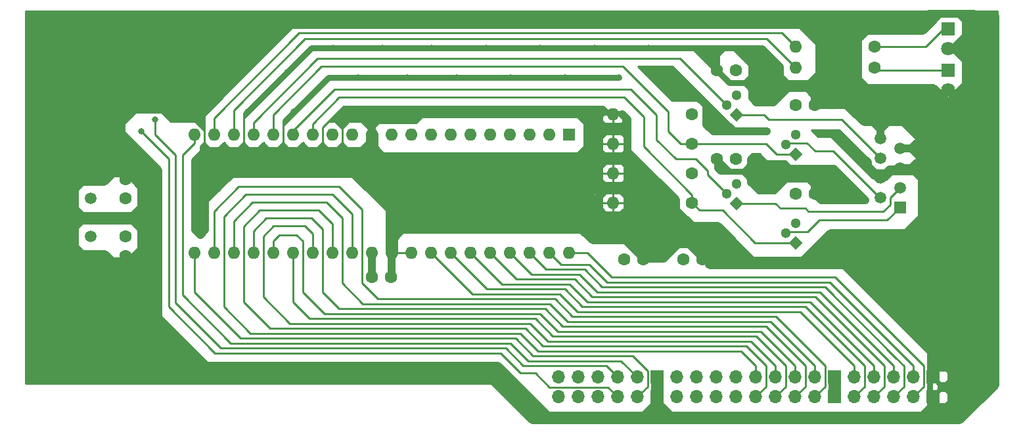
<source format=gbr>
%TF.GenerationSoftware,KiCad,Pcbnew,7.0.10*%
%TF.CreationDate,2024-03-03T15:09:26-07:00*%
%TF.ProjectId,networkv3,6e657477-6f72-46b7-9633-2e6b69636164,rev?*%
%TF.SameCoordinates,Original*%
%TF.FileFunction,Copper,L1,Top*%
%TF.FilePolarity,Positive*%
%FSLAX46Y46*%
G04 Gerber Fmt 4.6, Leading zero omitted, Abs format (unit mm)*
G04 Created by KiCad (PCBNEW 7.0.10) date 2024-03-03 15:09:26*
%MOMM*%
%LPD*%
G01*
G04 APERTURE LIST*
G04 Aperture macros list*
%AMRotRect*
0 Rectangle, with rotation*
0 The origin of the aperture is its center*
0 $1 length*
0 $2 width*
0 $3 Rotation angle, in degrees counterclockwise*
0 Add horizontal line*
21,1,$1,$2,0,0,$3*%
G04 Aperture macros list end*
%TA.AperFunction,ComponentPad*%
%ADD10C,1.600000*%
%TD*%
%TA.AperFunction,ComponentPad*%
%ADD11O,1.600000X1.600000*%
%TD*%
%TA.AperFunction,ComponentPad*%
%ADD12RotRect,1.300000X1.300000X135.000000*%
%TD*%
%TA.AperFunction,ComponentPad*%
%ADD13C,1.300000*%
%TD*%
%TA.AperFunction,WasherPad*%
%ADD14C,3.650000*%
%TD*%
%TA.AperFunction,ComponentPad*%
%ADD15R,1.500000X1.500000*%
%TD*%
%TA.AperFunction,ComponentPad*%
%ADD16C,1.500000*%
%TD*%
%TA.AperFunction,ComponentPad*%
%ADD17R,1.600000X1.600000*%
%TD*%
%TA.AperFunction,ComponentPad*%
%ADD18R,1.700000X1.700000*%
%TD*%
%TA.AperFunction,ComponentPad*%
%ADD19O,1.700000X1.700000*%
%TD*%
%TA.AperFunction,ComponentPad*%
%ADD20R,1.800000X1.800000*%
%TD*%
%TA.AperFunction,ComponentPad*%
%ADD21C,1.800000*%
%TD*%
%TA.AperFunction,ViaPad*%
%ADD22C,0.800000*%
%TD*%
%TA.AperFunction,Conductor*%
%ADD23C,0.250000*%
%TD*%
%TA.AperFunction,Conductor*%
%ADD24C,1.600000*%
%TD*%
%TA.AperFunction,Conductor*%
%ADD25C,2.500000*%
%TD*%
%TA.AperFunction,Conductor*%
%ADD26C,1.000000*%
%TD*%
%TA.AperFunction,Conductor*%
%ADD27C,0.762000*%
%TD*%
%TA.AperFunction,Conductor*%
%ADD28C,1.599946*%
%TD*%
%TA.AperFunction,Conductor*%
%ADD29C,5.080000*%
%TD*%
G04 APERTURE END LIST*
D10*
%TO.P,0.1uf,1*%
%TO.N,N/C*%
X448815460Y-274667980D03*
%TO.P,0.1uf,2*%
X451315460Y-274667980D03*
%TD*%
%TO.P,0.1uf,1*%
%TO.N,N/C*%
X438655460Y-281652980D03*
%TO.P,0.1uf,2*%
X441155460Y-281652980D03*
%TD*%
%TO.P,0.1uf,1*%
%TO.N,N/C*%
X438655460Y-270222980D03*
%TO.P,0.1uf,2*%
X441155460Y-270222980D03*
%TD*%
%TO.P,100k\u03A9,1*%
%TO.N,N/C*%
X435480460Y-275920200D03*
D11*
%TO.P,100k\u03A9,2*%
X425320460Y-275920200D03*
%TD*%
D12*
%TO.P,BC547B,1*%
%TO.N,N/C*%
X441195460Y-287367980D03*
D13*
%TO.P,BC547B,2*%
X439925460Y-286097980D03*
%TO.P,BC547B,3*%
X441195460Y-284827980D03*
%TD*%
D12*
%TO.P,BC547B,1*%
%TO.N,N/C*%
X448815460Y-292447980D03*
D13*
%TO.P,BC547B,2*%
X447545460Y-291177980D03*
%TO.P,BC547B,3*%
X448815460Y-289907980D03*
%TD*%
D12*
%TO.P,BC547B,1*%
%TO.N,N/C*%
X448815460Y-281017980D03*
D13*
%TO.P,BC547B,2*%
X447545460Y-279747980D03*
%TO.P,BC547B,3*%
X448815460Y-278477980D03*
%TD*%
D12*
%TO.P,BC547B,1*%
%TO.N,N/C*%
X441195460Y-275937980D03*
D13*
%TO.P,BC547B,2*%
X439925460Y-274667980D03*
%TO.P,BC547B,3*%
X441195460Y-273397980D03*
%TD*%
D14*
%TO.P,RJ45,*%
%TO.N,*%
X468627460Y-289196780D03*
X468627460Y-277766780D03*
D15*
%TO.P,RJ45,1*%
%TO.N,N/C*%
X462277460Y-287926780D03*
D16*
%TO.P,RJ45,2*%
X459737460Y-286656780D03*
%TO.P,RJ45,3*%
X462277460Y-285386780D03*
%TO.P,RJ45,4*%
X459737460Y-284116780D03*
%TO.P,RJ45,5*%
X462277460Y-282846780D03*
%TO.P,RJ45,6*%
X459737460Y-281576780D03*
%TO.P,RJ45,7*%
X462277460Y-280306780D03*
%TO.P,RJ45,8*%
X459737460Y-279036780D03*
%TD*%
D17*
%TO.P,atmega164,1*%
%TO.N,N/C*%
X419605460Y-278477980D03*
D11*
%TO.P,atmega164,2*%
X417065460Y-278477980D03*
%TO.P,atmega164,3*%
X414525460Y-278477980D03*
%TO.P,atmega164,4*%
X411985460Y-278477980D03*
%TO.P,atmega164,5*%
X409445460Y-278477980D03*
%TO.P,atmega164,6*%
X406905460Y-278477980D03*
%TO.P,atmega164,7*%
X404365460Y-278477980D03*
%TO.P,atmega164,8*%
X401825460Y-278477980D03*
%TO.P,atmega164,9*%
X399285460Y-278477980D03*
%TO.P,atmega164,10*%
X396745460Y-278477980D03*
%TO.P,atmega164,11*%
X394205460Y-278477980D03*
%TO.P,atmega164,12*%
X391665460Y-278477980D03*
%TO.P,atmega164,13*%
X389125460Y-278477980D03*
%TO.P,atmega164,14*%
X386585460Y-278477980D03*
%TO.P,atmega164,15*%
X384045460Y-278477980D03*
%TO.P,atmega164,16*%
X381505460Y-278477980D03*
%TO.P,atmega164,17*%
X378965460Y-278477980D03*
%TO.P,atmega164,18*%
X376425460Y-278477980D03*
%TO.P,atmega164,19*%
X373885460Y-278477980D03*
%TO.P,atmega164,20*%
X371345460Y-278477980D03*
%TO.P,atmega164,21*%
X371345460Y-293717980D03*
%TO.P,atmega164,22*%
X373885460Y-293717980D03*
%TO.P,atmega164,23*%
X376425460Y-293717980D03*
%TO.P,atmega164,24*%
X378965460Y-293717980D03*
%TO.P,atmega164,25*%
X381505460Y-293717980D03*
%TO.P,atmega164,26*%
X384045460Y-293717980D03*
%TO.P,atmega164,27*%
X386585460Y-293717980D03*
%TO.P,atmega164,28*%
X389125460Y-293717980D03*
%TO.P,atmega164,29*%
X391665460Y-293717980D03*
%TO.P,atmega164,30*%
X394205460Y-293717980D03*
%TO.P,atmega164,31*%
X396745460Y-293717980D03*
%TO.P,atmega164,32*%
X399285460Y-293717980D03*
%TO.P,atmega164,33*%
X401825460Y-293717980D03*
%TO.P,atmega164,34*%
X404365460Y-293717980D03*
%TO.P,atmega164,35*%
X406905460Y-293717980D03*
%TO.P,atmega164,36*%
X409445460Y-293717980D03*
%TO.P,atmega164,37*%
X411985460Y-293717980D03*
%TO.P,atmega164,38*%
X414525460Y-293717980D03*
%TO.P,atmega164,39*%
X417065460Y-293717980D03*
%TO.P,atmega164,40*%
X419605460Y-293717980D03*
%TD*%
D18*
%TO.P,20pin conn.,1*%
%TO.N,N/C*%
X466559900Y-309786020D03*
%TO.P,20pin conn.,2*%
X466559900Y-312326020D03*
D19*
%TO.P,20pin conn.,3*%
X464019900Y-309786020D03*
%TO.P,20pin conn.,4*%
X464019900Y-312326020D03*
%TO.P,20pin conn.,5*%
X461479900Y-309786020D03*
%TO.P,20pin conn.,6*%
X461479900Y-312326020D03*
%TO.P,20pin conn.,7*%
X458939900Y-309786020D03*
%TO.P,20pin conn.,8*%
X458939900Y-312326020D03*
%TO.P,20pin conn.,9*%
X456399900Y-309786020D03*
%TO.P,20pin conn.,10*%
X456399900Y-312326020D03*
D18*
%TO.P,20pin conn.,11*%
X453859900Y-309786020D03*
%TO.P,20pin conn.,12*%
X453859900Y-312326020D03*
D19*
%TO.P,20pin conn.,13*%
X451319900Y-309786020D03*
%TO.P,20pin conn.,14*%
X451319900Y-312326020D03*
%TO.P,20pin conn.,15*%
X448779900Y-309786020D03*
%TO.P,20pin conn.,16*%
X448779900Y-312326020D03*
%TO.P,20pin conn.,17*%
X446239900Y-309786020D03*
%TO.P,20pin conn.,18*%
X446239900Y-312326020D03*
%TO.P,20pin conn.,19*%
X443699900Y-309786020D03*
%TO.P,20pin conn.,20*%
X443699900Y-312326020D03*
%TO.P,20pin conn.,21*%
X441159900Y-309786020D03*
%TO.P,20pin conn.,22*%
X441159900Y-312326020D03*
%TO.P,20pin conn.,23*%
X438619900Y-309786020D03*
%TO.P,20pin conn.,24*%
X438619900Y-312326020D03*
%TO.P,20pin conn.,25*%
X436079900Y-309786020D03*
%TO.P,20pin conn.,26*%
X436079900Y-312326020D03*
%TO.P,20pin conn.,27*%
X433539900Y-309786020D03*
%TO.P,20pin conn.,28*%
X433539900Y-312326020D03*
D18*
%TO.P,20pin conn.,29*%
X430999900Y-309786020D03*
%TO.P,20pin conn.,30*%
X430999900Y-312326020D03*
D19*
%TO.P,20pin conn.,31*%
X428459900Y-309786020D03*
%TO.P,20pin conn.,32*%
X428459900Y-312326020D03*
%TO.P,20pin conn.,33*%
X425919900Y-309786020D03*
%TO.P,20pin conn.,34*%
X425919900Y-312326020D03*
%TO.P,20pin conn.,35*%
X423379900Y-309786020D03*
%TO.P,20pin conn.,36*%
X423379900Y-312326020D03*
%TO.P,20pin conn.,37*%
X420839900Y-309786020D03*
%TO.P,20pin conn.,38*%
X420839900Y-312326020D03*
%TO.P,20pin conn.,39*%
X418299900Y-309786020D03*
%TO.P,20pin conn.,40*%
X418299900Y-312326020D03*
%TD*%
D20*
%TO.P,RX,1*%
%TO.N,N/C*%
X468475060Y-264863580D03*
D21*
%TO.P,RX,2*%
X468475060Y-267403580D03*
%TD*%
D10*
%TO.P,0.1uf,1*%
%TO.N,N/C*%
X394205460Y-296892980D03*
%TO.P,0.1uf,2*%
X396705460Y-296892980D03*
%TD*%
%TO.P,0.1uf,1*%
%TO.N,N/C*%
X448815460Y-286097980D03*
%TO.P,0.1uf,2*%
X451315460Y-286097980D03*
%TD*%
%TO.P,20pf,1*%
%TO.N,N/C*%
X362455460Y-294135180D03*
%TO.P,20pf,2*%
X362455460Y-291635180D03*
%TD*%
D16*
%TO.P, ,1*%
%TO.N,N/C*%
X358010460Y-286732980D03*
%TO.P, ,2*%
X358010460Y-291632980D03*
%TD*%
D10*
%TO.P,20pf,1*%
%TO.N,N/C*%
X362455460Y-286732980D03*
%TO.P,20pf,2*%
X362455460Y-284232980D03*
%TD*%
%TO.P,4.7k\u03A9,1*%
%TO.N,N/C*%
X458975460Y-269892780D03*
D11*
%TO.P,4.7k\u03A9,2*%
X448815460Y-269892780D03*
%TD*%
D10*
%TO.P,4.7k\u03A9,1*%
%TO.N,N/C*%
X458975460Y-267157200D03*
D11*
%TO.P,4.7k\u03A9,2*%
X448815460Y-267157200D03*
%TD*%
D20*
%TO.P,TX,1*%
%TO.N,N/C*%
X468475060Y-270230600D03*
D21*
%TO.P,TX,2*%
X468475060Y-272770600D03*
%TD*%
D10*
%TO.P,10k\u03A9,1*%
%TO.N,N/C*%
X435480460Y-279717500D03*
D11*
%TO.P,10k\u03A9,2*%
X425320460Y-279717500D03*
%TD*%
D10*
%TO.P,10k\u03A9,1*%
%TO.N,N/C*%
X435515000Y-287350200D03*
D11*
%TO.P,10k\u03A9,2*%
X425355000Y-287350200D03*
%TD*%
D10*
%TO.P,0.1uf,1*%
%TO.N,N/C*%
X426740000Y-294640000D03*
%TO.P,0.1uf,2*%
X429240000Y-294640000D03*
%TD*%
%TO.P,0.1uf,1*%
%TO.N,N/C*%
X434360000Y-294640000D03*
%TO.P,0.1uf,2*%
X436860000Y-294640000D03*
%TD*%
%TO.P,100k\u03A9,1*%
%TO.N,N/C*%
X435483000Y-283527500D03*
D11*
%TO.P,100k\u03A9,2*%
X425323000Y-283527500D03*
%TD*%
D22*
%TO.N,*%
X405130000Y-271145000D03*
X389255000Y-267309600D03*
X408940000Y-275590000D03*
X395605000Y-275590000D03*
X412115000Y-271145000D03*
X419100000Y-271145000D03*
X456565000Y-286385000D03*
X434340000Y-273050000D03*
X395605000Y-267309600D03*
X401955000Y-267309600D03*
X378206000Y-275590000D03*
X453390000Y-283210000D03*
X422910000Y-275590000D03*
X366268000Y-276606000D03*
X422910000Y-267309600D03*
X390398000Y-275590000D03*
X364490000Y-278130000D03*
X452094600Y-278307800D03*
X456361800Y-280797000D03*
X408940000Y-267309600D03*
X426085000Y-271145000D03*
X429895000Y-267309600D03*
X441325000Y-278130000D03*
X398780000Y-271145000D03*
X383286000Y-270510000D03*
X392430000Y-271145000D03*
X431800000Y-270510000D03*
X415925000Y-267309600D03*
X415925000Y-275590000D03*
X401955000Y-275590000D03*
X372110000Y-290830000D03*
X384175000Y-275590000D03*
%TD*%
D23*
%TO.N,*%
X349600000Y-310575000D02*
X349600000Y-309305000D01*
X350870000Y-310575000D02*
X349600000Y-310575000D01*
D24*
X432618490Y-314986010D02*
X465003490Y-314986010D01*
X370388490Y-309906010D02*
X371667430Y-309906010D01*
X350270470Y-309906010D02*
X350270470Y-263357970D01*
X416752430Y-314986010D02*
X414966248Y-314986010D01*
X414966248Y-314986010D02*
X409886249Y-309906010D01*
X409886249Y-309906010D02*
X350270470Y-309906010D01*
D25*
X357375460Y-264507980D02*
X382140460Y-264507980D01*
X355787960Y-264190480D02*
X354200460Y-265777980D01*
D24*
X354200460Y-265777980D02*
X354200460Y-268317980D01*
X466559900Y-312326020D02*
X466559900Y-313429600D01*
X466559900Y-312326020D02*
X466559900Y-312732420D01*
X355192960Y-285820480D02*
X354280460Y-286732980D01*
X356780460Y-284232980D02*
X355192960Y-285820480D01*
X356780460Y-294175180D02*
X354944360Y-292339080D01*
X354944360Y-292339080D02*
X354200460Y-291595180D01*
X355192960Y-292090480D02*
X354944360Y-292339080D01*
X364804960Y-290542980D02*
X364804960Y-288002980D01*
X363316200Y-294871300D02*
X364794800Y-293392700D01*
X364804960Y-292656580D02*
X364804960Y-290542980D01*
X364804960Y-290542980D02*
X363534960Y-289272980D01*
X354200460Y-289272980D02*
X363090460Y-289272980D01*
X363534960Y-289272980D02*
X364804960Y-288002980D01*
X354200460Y-286732980D02*
X354200460Y-289272980D01*
X356918260Y-294175180D02*
X355470460Y-294175180D01*
X354280460Y-286732980D02*
X354200460Y-286732980D01*
X432618490Y-314986010D02*
X416752430Y-314986010D01*
X431670460Y-314037980D02*
X432618490Y-314986010D01*
X430999900Y-313367420D02*
X431670460Y-314037980D01*
X430999900Y-313367420D02*
X429381310Y-314986010D01*
X430999900Y-309786020D02*
X430999900Y-313367420D01*
D23*
X396745460Y-293717980D02*
X399285460Y-293717980D01*
D26*
X441155460Y-284787980D02*
X441195460Y-284827980D01*
X441155460Y-273357980D02*
X441195460Y-273397980D01*
D24*
X471675460Y-312767980D02*
X471893521Y-312986041D01*
X471675460Y-263237980D02*
X471675460Y-312767980D01*
X472945460Y-311497980D02*
X473163521Y-311716041D01*
X472945460Y-263237980D02*
X472945460Y-311497980D01*
X460880460Y-276572980D02*
X467865460Y-276572980D01*
X429130460Y-291177980D02*
X422145460Y-291177980D01*
X466595460Y-273397980D02*
X466595460Y-279112980D01*
X438655460Y-290542980D02*
X443100460Y-294987980D01*
X457705460Y-274032980D02*
X458975460Y-274032980D01*
X455295000Y-273050000D02*
X455295000Y-267970000D01*
X466595460Y-279112980D02*
X466595460Y-288002980D01*
X458975460Y-274032980D02*
X465960460Y-274032980D01*
X455930000Y-266700000D02*
X457835000Y-264795000D01*
X456565000Y-271492980D02*
X458470000Y-273397980D01*
X464690460Y-290542980D02*
X467230460Y-290542980D01*
X463420460Y-291812980D02*
X465960460Y-291812980D01*
X463420460Y-302607980D02*
X465960460Y-302607980D01*
X394840460Y-284192980D02*
X394205460Y-283557980D01*
X461515460Y-293082980D02*
X466595460Y-288002980D01*
X464690460Y-303877980D02*
X467230460Y-303877980D01*
X396745460Y-286097980D02*
X394840460Y-284192980D01*
X464055460Y-277842980D02*
X471040460Y-277842980D01*
X455165460Y-269587980D02*
X448815460Y-263237980D01*
X466595460Y-280382980D02*
X462785460Y-276572980D01*
X457070460Y-275302980D02*
X465960460Y-275302980D01*
X457070460Y-273397980D02*
X457705460Y-274032980D01*
X452755000Y-269240000D02*
X455642980Y-272127980D01*
D26*
X471797380Y-262938260D02*
X466082380Y-262938260D01*
X471170000Y-265430000D02*
X469265000Y-267335000D01*
X469265000Y-267403580D02*
X470971880Y-269110460D01*
X468475060Y-267403580D02*
X470684860Y-267403580D01*
D24*
X356740460Y-289272980D02*
X355470460Y-288002980D01*
X355213600Y-290784600D02*
X356692200Y-289306000D01*
D26*
X447040000Y-283718000D02*
X450469000Y-283718000D01*
X454279000Y-283464000D02*
X446024000Y-283464000D01*
X443577980Y-283303980D02*
X445452500Y-285178500D01*
X446786000Y-273050000D02*
X443738000Y-273050000D01*
X397510000Y-290195000D02*
X421005000Y-290195000D01*
X394335000Y-281940000D02*
X421510460Y-281940000D01*
X375602500Y-283527500D02*
X375602500Y-281305000D01*
D23*
X454660000Y-278130000D02*
X451078600Y-278130000D01*
X390067800Y-277342600D02*
X390652000Y-277342600D01*
X374802400Y-280009600D02*
X375513600Y-280009600D01*
X377342400Y-280009600D02*
X378053600Y-280009600D01*
X377342400Y-279908000D02*
X378053600Y-279908000D01*
X390398000Y-279577800D02*
X390398000Y-277723600D01*
X377647200Y-279577800D02*
X376555000Y-280670000D01*
X377342400Y-280136600D02*
X378053600Y-280136600D01*
X377698000Y-279527000D02*
X378790200Y-280619200D01*
X393598400Y-279425400D02*
X392506200Y-280517600D01*
X372618000Y-279527000D02*
X373710200Y-280619200D01*
X372262400Y-280009600D02*
X372973600Y-280009600D01*
X372262400Y-279908000D02*
X372973600Y-279908000D01*
X372262400Y-280060400D02*
X372262400Y-285775400D01*
X372668800Y-281559000D02*
X372668800Y-280085800D01*
X372846600Y-281482800D02*
X372846600Y-280009600D01*
D26*
X390702800Y-276250400D02*
X392684000Y-276250400D01*
D23*
X390405620Y-276979380D02*
X390525000Y-276860000D01*
X391833100Y-275455380D02*
X390108440Y-275455380D01*
X391693400Y-275605240D02*
X389968740Y-275605240D01*
X391556240Y-275765260D02*
X389831580Y-275765260D01*
X391353040Y-275920200D02*
X389628380Y-275920200D01*
X391253980Y-276082760D02*
X389529320Y-276082760D01*
X391086340Y-276209760D02*
X389361680Y-276209760D01*
X390900920Y-276367240D02*
X389176260Y-276367240D01*
X390753600Y-276542500D02*
X389028940Y-276542500D01*
X390573260Y-276705060D02*
X388848600Y-276705060D01*
X390525000Y-276860000D02*
X388620000Y-276860000D01*
X395097000Y-276987000D02*
X394589000Y-277495000D01*
X394843000Y-276987000D02*
X394335000Y-277495000D01*
D26*
X443577980Y-271492980D02*
X445452500Y-273367500D01*
X447751200Y-282905200D02*
X447243200Y-282397200D01*
X446862200Y-282371800D02*
X443814200Y-282371800D01*
X429691800Y-270154400D02*
X433044600Y-273507200D01*
D24*
X432435000Y-287655000D02*
X427512480Y-287655000D01*
D23*
X422462960Y-283527500D02*
X426720000Y-283527500D01*
D26*
X422910000Y-281305000D02*
X426720000Y-281305000D01*
D23*
X425678600Y-277825200D02*
X426948600Y-276555200D01*
X423367200Y-280035000D02*
X424637200Y-281305000D01*
X425881800Y-281762200D02*
X427151800Y-283032200D01*
X423341800Y-283260800D02*
X424611800Y-281990800D01*
X423341800Y-279450800D02*
X424611800Y-278180800D01*
X423367200Y-276225000D02*
X424637200Y-277495000D01*
D24*
X427786800Y-281736800D02*
X433070000Y-287020000D01*
D23*
X378965460Y-276989540D02*
X378965460Y-278477980D01*
D24*
X454802240Y-273669760D02*
X455691240Y-274558760D01*
D26*
X440690000Y-278130000D02*
X445109600Y-278130000D01*
D23*
X446239900Y-312326020D02*
X447545460Y-311020460D01*
X435480460Y-279717500D02*
X434022500Y-279717500D01*
X450085460Y-311020460D02*
X448779900Y-312326020D01*
X376077480Y-305435000D02*
X369824000Y-299181520D01*
X441972700Y-283044900D02*
X442658500Y-282359100D01*
X455023220Y-278620220D02*
X458470000Y-282067000D01*
D26*
X429564800Y-270103600D02*
X432663600Y-270103600D01*
D23*
X461479900Y-312326020D02*
X462785460Y-311020460D01*
X375155460Y-289054540D02*
X377952000Y-286258000D01*
X424992800Y-275818600D02*
X424103800Y-274929600D01*
X381508000Y-290322000D02*
X385572000Y-290322000D01*
X415637980Y-306417980D02*
X413385000Y-304165000D01*
X453260460Y-297527980D02*
X424527980Y-297527980D01*
D27*
X431800000Y-294640000D02*
X433705000Y-292735000D01*
D23*
X429260000Y-276225000D02*
X429260000Y-280035000D01*
X371792500Y-276860000D02*
X368300000Y-276860000D01*
D27*
X467920070Y-308306470D02*
X469136730Y-309523130D01*
D26*
X373697500Y-286067500D02*
X377190000Y-282575000D01*
D23*
X374015000Y-306705000D02*
X410845000Y-306705000D01*
X373380000Y-281889200D02*
X373380000Y-280416000D01*
D26*
X455582020Y-274667980D02*
X455691240Y-274558760D01*
D23*
X368046000Y-300736000D02*
X374015000Y-306705000D01*
X426618400Y-277120350D02*
X426618400Y-276396450D01*
X458975460Y-267157200D02*
X465632800Y-267157200D01*
X442658500Y-282359100D02*
X442658500Y-281571700D01*
D26*
X390900920Y-282575000D02*
X396745460Y-288419540D01*
X452120000Y-285750000D02*
X452120000Y-284480000D01*
D23*
X454825100Y-278307800D02*
X451243700Y-278307800D01*
D27*
X397998950Y-276377400D02*
X400069050Y-276377400D01*
D23*
X425831000Y-285623000D02*
X427101000Y-286893000D01*
D27*
X429240000Y-294640000D02*
X426720000Y-292120000D01*
D23*
X443699900Y-309786020D02*
X443699900Y-308287420D01*
D28*
X443322710Y-267834110D02*
X445169290Y-269680690D01*
D23*
X442849000Y-269519400D02*
X442849000Y-273824700D01*
X461761840Y-307299360D02*
X452625460Y-298162980D01*
X386585460Y-291335460D02*
X386585460Y-293717980D01*
D26*
X448056000Y-272542000D02*
X450342000Y-272542000D01*
X457835000Y-287020000D02*
X453771000Y-282956000D01*
D27*
X438619900Y-268668500D02*
X437324500Y-267373100D01*
D26*
X443230000Y-284480000D02*
X444246000Y-285496000D01*
D24*
X465107020Y-264795000D02*
X466377020Y-263525000D01*
D26*
X443230000Y-282000960D02*
X443230000Y-284480000D01*
D29*
X399389600Y-287705800D02*
X420949120Y-287705800D01*
D28*
X429577500Y-294005000D02*
X431482500Y-294005000D01*
D23*
X426085000Y-285115000D02*
X427355000Y-283845000D01*
D24*
X419971220Y-282567380D02*
X422699180Y-279839420D01*
X432435000Y-286385000D02*
X427512480Y-286385000D01*
D23*
X389534400Y-276860000D02*
X393065000Y-276860000D01*
X426085000Y-281305000D02*
X427355000Y-280035000D01*
X410845000Y-306705000D02*
X413385000Y-309245000D01*
D26*
X463753200Y-282854400D02*
X465335620Y-284436820D01*
D23*
X414812480Y-296545000D02*
X411985460Y-293717980D01*
D26*
X446278000Y-273812000D02*
X443230000Y-273812000D01*
D24*
X360680000Y-283210000D02*
X359657020Y-284232980D01*
D26*
X430500000Y-270429200D02*
X430500000Y-270500000D01*
D23*
X382422400Y-280136600D02*
X383133600Y-280136600D01*
X419100000Y-298450000D02*
X421352980Y-300702980D01*
X427609000Y-272669000D02*
X430926240Y-275986240D01*
X385572000Y-290322000D02*
X386585460Y-291335460D01*
X450265800Y-279577800D02*
X447715640Y-279577800D01*
X443230000Y-281000200D02*
X444169800Y-281000200D01*
D26*
X427151800Y-276606000D02*
X426466000Y-275920200D01*
D23*
X377774200Y-276148800D02*
X378383800Y-275539200D01*
D24*
X466595460Y-296186860D02*
X466559900Y-296222420D01*
D23*
X390042400Y-279908000D02*
X390753600Y-279908000D01*
D24*
X364744000Y-295148000D02*
X355536500Y-295148000D01*
D23*
X421987980Y-293717980D02*
X419605460Y-293717980D01*
D24*
X424129200Y-290542980D02*
X438655460Y-290542980D01*
D23*
X468452200Y-310261000D02*
X468096600Y-310616600D01*
X413385000Y-309245000D02*
X415290000Y-309245000D01*
D27*
X361950000Y-276352000D02*
X363220000Y-275082000D01*
D24*
X432722020Y-287942020D02*
X435610000Y-290830000D01*
D23*
X416272980Y-305782980D02*
X442465460Y-305782980D01*
X451355460Y-299432980D02*
X422622980Y-299432980D01*
X378617480Y-304165000D02*
X375155460Y-300702980D01*
X427860460Y-307052980D02*
X415002980Y-307052980D01*
X390395460Y-289271710D02*
X388397750Y-287274000D01*
X443735460Y-304512980D02*
X417542980Y-304512980D01*
D26*
X452120000Y-287020000D02*
X457835000Y-287020000D01*
D23*
X422462960Y-287337500D02*
X426720000Y-287337500D01*
D24*
X436245000Y-291465000D02*
X439420000Y-294640000D01*
D25*
X356105460Y-265777980D02*
X378807980Y-265777980D01*
D27*
X444525400Y-267309600D02*
X446887600Y-269671800D01*
D26*
X371475000Y-281940000D02*
X371475000Y-290830000D01*
D23*
X389125460Y-293717980D02*
X389125460Y-290065460D01*
D26*
X446087500Y-284162500D02*
X447357500Y-284162500D01*
D27*
X388620000Y-271145000D02*
X383120900Y-276644100D01*
D23*
X372600000Y-277890000D02*
X371324500Y-276614500D01*
X377952000Y-286258000D02*
X389128000Y-286258000D01*
X458838300Y-283197300D02*
X459638400Y-283997400D01*
D24*
X364802420Y-301980600D02*
X364802420Y-303849720D01*
D25*
X372110000Y-273685000D02*
X381287020Y-264507980D01*
D23*
X449450460Y-301337980D02*
X420717980Y-301337980D01*
D26*
X422910000Y-285750000D02*
X426720000Y-285750000D01*
D24*
X427990000Y-285115000D02*
X429895000Y-285115000D01*
X465328000Y-278739600D02*
X465328000Y-281889200D01*
D23*
X447545460Y-308322980D02*
X443735460Y-304512980D01*
D27*
X459737460Y-284116780D02*
X460382620Y-284116780D01*
D24*
X470405460Y-314037980D02*
X470623521Y-314256041D01*
D23*
X452625460Y-311020460D02*
X452625460Y-308322980D01*
X457705460Y-308322980D02*
X457705460Y-311020460D01*
X384962400Y-279908000D02*
X385673600Y-279908000D01*
D24*
X359707180Y-294175180D02*
X356918260Y-294175180D01*
D23*
X376425460Y-289689540D02*
X376425460Y-293717980D01*
X379882400Y-280009600D02*
X380593600Y-280009600D01*
D24*
X462785460Y-276572980D02*
X458470000Y-276572980D01*
X421510460Y-290542980D02*
X424129200Y-290542980D01*
D23*
X384045460Y-278477980D02*
X384045460Y-278018240D01*
D26*
X454406000Y-274066000D02*
X454802240Y-273669760D01*
D24*
X410367480Y-308610000D02*
X372745000Y-308610000D01*
D23*
X390042400Y-280136600D02*
X390753600Y-280136600D01*
D24*
X422145460Y-291177980D02*
X422780460Y-291812980D01*
D23*
X450720460Y-300067980D02*
X421987980Y-300067980D01*
D24*
X394205460Y-278477980D02*
X394205460Y-279905460D01*
D26*
X372745000Y-287020000D02*
X373697500Y-286067500D01*
D23*
X460110840Y-288442400D02*
X450494400Y-288442400D01*
X426720000Y-273685000D02*
X429260000Y-276225000D01*
D24*
X453390000Y-291465000D02*
X464185000Y-291465000D01*
D23*
X459737460Y-281576780D02*
X454766680Y-276606000D01*
X424667680Y-311073800D02*
X425919900Y-312326020D01*
X385318000Y-279527000D02*
X386410200Y-280619200D01*
D24*
X371475000Y-309245000D02*
X365125000Y-302895000D01*
X434340000Y-291465000D02*
X435610000Y-292735000D01*
D23*
X376425460Y-278477980D02*
X376425460Y-275338540D01*
D26*
X438251600Y-278130000D02*
X437337200Y-277215600D01*
D23*
X380619000Y-289306000D02*
X386461000Y-289306000D01*
X387858000Y-280263600D02*
X387858000Y-279577800D01*
X369824000Y-299181520D02*
X369824000Y-281116000D01*
X445325500Y-267906500D02*
X447040000Y-269621000D01*
D26*
X376237500Y-282892500D02*
X376237500Y-280670000D01*
D23*
X447545460Y-311020460D02*
X447545460Y-308322980D01*
D27*
X460908400Y-282854400D02*
X463296000Y-282854400D01*
D26*
X394205460Y-280164540D02*
X393700000Y-280670000D01*
D23*
X454380600Y-278739600D02*
X458838300Y-283197300D01*
X442696600Y-284251400D02*
X441731400Y-283286200D01*
X364490000Y-278130000D02*
X368046000Y-281686000D01*
D29*
X359918000Y-268462760D02*
X359918000Y-280685240D01*
D26*
X459737460Y-279036780D02*
X459737460Y-277840440D01*
D23*
X375158000Y-279527000D02*
X376250200Y-280619200D01*
D24*
X452755000Y-265430000D02*
X456565000Y-265430000D01*
D26*
X371475000Y-290830000D02*
X372110000Y-291465000D01*
D23*
X382270000Y-291465000D02*
X381505460Y-292229540D01*
D26*
X446532000Y-273558000D02*
X443484000Y-273558000D01*
D23*
X372630000Y-276021800D02*
X374992200Y-273659600D01*
D27*
X467818470Y-313942730D02*
X469035130Y-312726070D01*
D23*
X458470000Y-281940000D02*
X454431400Y-277901400D01*
X432904900Y-274104100D02*
X436664100Y-274104100D01*
X380235460Y-291594540D02*
X381508000Y-290322000D01*
X429765460Y-308957980D02*
X427860460Y-307052980D01*
D26*
X394205460Y-277624540D02*
X392805920Y-276225000D01*
D23*
X417195000Y-300355000D02*
X393065000Y-300355000D01*
D26*
X372745000Y-280670000D02*
X371475000Y-281940000D01*
D23*
X390017000Y-273685000D02*
X426720000Y-273685000D01*
D24*
X435610000Y-292735000D02*
X437515000Y-294640000D01*
X452755000Y-270510000D02*
X455642980Y-273397980D01*
D23*
X421640000Y-295910000D02*
X416717480Y-295910000D01*
D26*
X446087500Y-285432500D02*
X446087500Y-284162500D01*
D23*
X383697480Y-302895000D02*
X380235460Y-299432980D01*
X390047480Y-300990000D02*
X416560000Y-300990000D01*
D24*
X466595460Y-294513000D02*
X466595460Y-296186860D01*
D26*
X455295000Y-285750000D02*
X452120000Y-285750000D01*
X432000000Y-272000000D02*
X432070800Y-272000000D01*
D24*
X471040460Y-263237980D02*
X471040460Y-272285460D01*
D23*
X474890000Y-262560000D02*
X474890000Y-263830000D01*
D26*
X394208000Y-293809100D02*
X394208000Y-296984100D01*
X440690000Y-278130000D02*
X438251600Y-278130000D01*
D24*
X467865460Y-274193000D02*
X466435440Y-272762980D01*
D23*
X373024400Y-281559000D02*
X373024400Y-280085800D01*
D24*
X366395000Y-302260000D02*
X366395000Y-283210000D01*
D23*
X443699900Y-308287420D02*
X441830460Y-306417980D01*
X390398000Y-277723600D02*
X390398000Y-277622000D01*
D27*
X367595000Y-275730000D02*
X372525000Y-275730000D01*
D23*
X467575900Y-310603900D02*
X467245700Y-310273700D01*
X445071500Y-279717500D02*
X435480460Y-279717500D01*
X390017000Y-285242000D02*
X377063000Y-285242000D01*
D26*
X422910000Y-278130000D02*
X426720000Y-278130000D01*
D23*
X458741780Y-284116780D02*
X459737460Y-284116780D01*
D24*
X465003490Y-314986010D02*
X469893552Y-314986010D01*
D23*
X467259670Y-311556400D02*
X468781130Y-311556400D01*
X446275460Y-301972980D02*
X420082980Y-301972980D01*
X372530000Y-277610000D02*
X371704500Y-276784500D01*
X388397750Y-287274000D02*
X378841000Y-287274000D01*
D27*
X459663800Y-284099000D02*
X460908400Y-282854400D01*
D26*
X373697500Y-286067500D02*
X373697500Y-280987500D01*
D23*
X373885460Y-288419540D02*
X373885460Y-293717980D01*
X385315460Y-298797980D02*
X385315460Y-292248590D01*
X368300000Y-276860000D02*
X367030000Y-275590000D01*
D26*
X446786000Y-271526000D02*
X443738000Y-271526000D01*
D23*
X416560000Y-300990000D02*
X418812980Y-303242980D01*
X465325460Y-308322980D02*
X453895460Y-296892980D01*
X374807480Y-306070000D02*
X411480000Y-306070000D01*
D27*
X438658000Y-281670760D02*
X438658000Y-282803600D01*
D23*
X420082980Y-301972980D02*
X417830000Y-299720000D01*
D27*
X438655460Y-281652980D02*
X440288680Y-283286200D01*
D26*
X433500000Y-273429200D02*
X433500000Y-273500000D01*
D23*
X392935460Y-288160460D02*
X390017000Y-285242000D01*
D24*
X372745000Y-308610000D02*
X370700300Y-306565300D01*
D26*
X451315460Y-274667980D02*
X455582020Y-274667980D01*
D23*
X426567600Y-275767800D02*
X422757600Y-275767800D01*
D29*
X355470460Y-268317980D02*
X355470460Y-280540460D01*
D27*
X433705000Y-292735000D02*
X435610000Y-292735000D01*
D26*
X453771000Y-282956000D02*
X448538600Y-282956000D01*
D23*
X372745000Y-281940000D02*
X372465600Y-281660600D01*
X452625460Y-298162980D02*
X423892980Y-298162980D01*
D24*
X470405460Y-272920460D02*
X470405460Y-314037980D01*
D23*
X442849000Y-269519400D02*
X440842400Y-267512800D01*
X429260000Y-280035000D02*
X435515000Y-286290000D01*
D28*
X444186310Y-267808710D02*
X446032890Y-269655290D01*
D23*
X378841000Y-287274000D02*
X376425460Y-289689540D01*
X415290000Y-309245000D02*
X417118800Y-311073800D01*
D26*
X462823560Y-282854400D02*
X464291680Y-282854400D01*
D23*
X445421385Y-276606000D02*
X444753365Y-275937980D01*
D26*
X451315460Y-273515460D02*
X451315460Y-274667980D01*
D23*
X454888600Y-278739600D02*
X460044800Y-283895800D01*
X387502400Y-279908000D02*
X388213600Y-279908000D01*
D27*
X439166000Y-283286200D02*
X442437520Y-283286200D01*
X368055000Y-276200000D02*
X372185000Y-276200000D01*
D23*
X393801600Y-279679400D02*
X392709400Y-280771600D01*
X429765460Y-311020460D02*
X429765460Y-308957980D01*
X382778000Y-276631400D02*
X382778000Y-280009600D01*
D29*
X352399600Y-299815250D02*
X352399600Y-265283950D01*
X352171000Y-304342800D02*
X365455200Y-304342800D01*
D23*
X387855460Y-290700460D02*
X387855460Y-298797980D01*
X467258400Y-311708800D02*
X467258400Y-310642000D01*
D24*
X365760000Y-284480000D02*
X365760000Y-305965700D01*
D23*
X445084200Y-281914600D02*
X447497200Y-281914600D01*
X433425600Y-281660600D02*
X435965600Y-281660600D01*
X371345460Y-279594540D02*
X371345460Y-278477980D01*
D26*
X396748000Y-293809100D02*
X396748000Y-296944100D01*
D23*
X422462960Y-279717500D02*
X426720000Y-279717500D01*
X465325460Y-311020460D02*
X465325460Y-308322980D01*
D24*
X362585000Y-281940000D02*
X353377500Y-281940000D01*
D26*
X446608200Y-270560800D02*
X443280800Y-270560800D01*
X394205460Y-278477980D02*
X394205460Y-280164540D01*
X422780460Y-281305000D02*
X422845230Y-281240230D01*
D23*
X451319900Y-309786020D02*
X451319900Y-308287420D01*
D26*
X374967500Y-284162500D02*
X374967500Y-281305000D01*
X430570800Y-270500000D02*
X432000000Y-271929200D01*
D23*
X384962400Y-280136600D02*
X385673600Y-280136600D01*
X371345460Y-298797980D02*
X371345460Y-293717980D01*
X428739300Y-269849600D02*
X429374300Y-269849600D01*
X413732980Y-308322980D02*
X424456860Y-308322980D01*
X451990460Y-298797980D02*
X423257980Y-298797980D01*
X382727200Y-279577800D02*
X381635000Y-280670000D01*
X411480000Y-306070000D02*
X413732980Y-308322980D01*
D26*
X453390000Y-273558000D02*
X451612000Y-271780000D01*
X374332500Y-285432500D02*
X374332500Y-280987500D01*
D25*
X452351140Y-293573200D02*
X468627460Y-293573200D01*
D23*
X368046000Y-281686000D02*
X368046000Y-300736000D01*
D26*
X394205460Y-276989540D02*
X394205460Y-277624540D01*
D23*
X390398000Y-280263600D02*
X390398000Y-279577800D01*
X380238000Y-279527000D02*
X381330200Y-280619200D01*
X450494400Y-288442400D02*
X450088000Y-288036000D01*
X426361860Y-307687980D02*
X414367980Y-307687980D01*
D26*
X451315460Y-286097980D02*
X456912980Y-286097980D01*
D29*
X355219000Y-297129200D02*
X363049820Y-297129200D01*
D24*
X441830460Y-294987980D02*
X443100460Y-294987980D01*
D23*
X434022500Y-279717500D02*
X432435000Y-278130000D01*
D26*
X447294000Y-272034000D02*
X447040000Y-272288000D01*
X443577980Y-284192980D02*
X444881000Y-285496000D01*
D24*
X456435460Y-274032980D02*
X455800460Y-274667980D01*
X474215460Y-310664102D02*
X474215460Y-263237980D01*
D23*
X390590000Y-274890000D02*
X424060000Y-274890000D01*
D28*
X429577500Y-292735000D02*
X431482500Y-292735000D01*
D23*
X446887600Y-288036000D02*
X446219580Y-287367980D01*
D29*
X457390500Y-293789100D02*
X467230460Y-303629060D01*
D23*
X389534400Y-276860000D02*
X390398000Y-277723600D01*
D27*
X438073800Y-269036800D02*
X436778400Y-267741400D01*
D23*
X430926240Y-275986240D02*
X430926240Y-279161240D01*
X468475060Y-270230600D02*
X459331060Y-270230600D01*
D26*
X459737460Y-277840440D02*
X459737460Y-277715980D01*
D23*
X423257980Y-298797980D02*
X421005000Y-296545000D01*
X460245460Y-311020460D02*
X460245460Y-308322980D01*
X446176400Y-286054800D02*
X443992000Y-286054800D01*
D24*
X474215460Y-263237980D02*
X471040460Y-263237980D01*
X456565000Y-271780000D02*
X456565000Y-265430000D01*
D26*
X427151800Y-288518600D02*
X427151800Y-276606000D01*
D23*
X373885460Y-276354540D02*
X384810000Y-265430000D01*
D24*
X449867020Y-294987980D02*
X453390000Y-291465000D01*
D23*
X464019900Y-308287420D02*
X453260460Y-297527980D01*
X454952100Y-278434800D02*
X451370700Y-278434800D01*
X445005460Y-311020460D02*
X443699900Y-312326020D01*
D26*
X375742200Y-283565600D02*
X392943080Y-283565600D01*
D23*
X387350000Y-288290000D02*
X379730000Y-288290000D01*
D26*
X395605000Y-281305000D02*
X422780460Y-281305000D01*
D23*
X414655000Y-302895000D02*
X383697480Y-302895000D01*
D24*
X423545000Y-275590000D02*
X390946640Y-275590000D01*
D23*
X412115000Y-305435000D02*
X376077480Y-305435000D01*
X459737460Y-286656780D02*
X459656180Y-286656780D01*
X420717980Y-301337980D02*
X418465000Y-299085000D01*
D26*
X444246000Y-285496000D02*
X446024000Y-285496000D01*
D23*
X377347480Y-304800000D02*
X371345460Y-298797980D01*
X389737600Y-277037800D02*
X390956800Y-277037800D01*
D27*
X393242800Y-276707600D02*
X399694400Y-276707600D01*
D23*
X387855460Y-298797980D02*
X390047480Y-300990000D01*
X461007460Y-287545780D02*
X460110840Y-288442400D01*
X428459900Y-309786020D02*
X426361860Y-307687980D01*
X412750000Y-304800000D02*
X377347480Y-304800000D01*
X451358000Y-280670000D02*
X450265800Y-279577800D01*
D24*
X350390460Y-263237980D02*
X466377020Y-263237980D01*
D27*
X368435000Y-276540000D02*
X372290000Y-276540000D01*
D23*
X453618600Y-278739600D02*
X459460600Y-284581600D01*
X390398000Y-279527000D02*
X391490200Y-280619200D01*
D28*
X442205110Y-267808710D02*
X444051690Y-269655290D01*
D23*
X372618000Y-280797000D02*
X372618000Y-275996400D01*
D27*
X442328300Y-271856200D02*
X443217300Y-270967200D01*
D23*
X411002480Y-297815000D02*
X406905460Y-293717980D01*
X412907480Y-297180000D02*
X409445460Y-293717980D01*
X380187200Y-279577800D02*
X379095000Y-280670000D01*
X404365460Y-293717980D02*
X409097480Y-298450000D01*
X387502400Y-280009600D02*
X388213600Y-280009600D01*
X460245460Y-308322980D02*
X451355460Y-299432980D01*
X447715640Y-291007800D02*
X447545460Y-291177980D01*
D24*
X457705460Y-276572980D02*
X456326240Y-275193760D01*
D26*
X447598800Y-271856200D02*
X446659000Y-270916400D01*
D23*
X453895460Y-296892980D02*
X425162980Y-296892980D01*
X387731000Y-269748000D02*
X381505460Y-275973540D01*
D26*
X432663600Y-270103600D02*
X440690000Y-278130000D01*
D23*
X416717480Y-295910000D02*
X414525460Y-293717980D01*
X421987980Y-300067980D02*
X419735000Y-297815000D01*
X394589000Y-277495000D02*
X394589000Y-278094440D01*
X387223000Y-268732000D02*
X378965460Y-276989540D01*
D26*
X451612000Y-274066000D02*
X454406000Y-274066000D01*
X466316060Y-264012680D02*
X467342220Y-262986520D01*
D23*
X465632800Y-267157200D02*
X467926420Y-264863580D01*
D27*
X442252100Y-283273500D02*
X443141100Y-284162500D01*
D23*
X446239900Y-308287420D02*
X443100460Y-305147980D01*
X462277460Y-287926780D02*
X460644240Y-289560000D01*
X442658500Y-281571700D02*
X443230000Y-281000200D01*
X379882400Y-280136600D02*
X380593600Y-280136600D01*
D26*
X433500000Y-273500000D02*
X433570800Y-273500000D01*
X394205460Y-279905460D02*
X395605000Y-281305000D01*
D23*
X467233000Y-311327800D02*
X466877400Y-311683400D01*
D26*
X446024000Y-285496000D02*
X446087500Y-285432500D01*
D23*
X435515000Y-287350200D02*
X436454800Y-288290000D01*
X442465460Y-305782980D02*
X445005460Y-308322980D01*
D27*
X438975500Y-282511500D02*
X439458100Y-282994100D01*
D23*
X432435000Y-278130000D02*
X432435000Y-275590000D01*
X413385000Y-304165000D02*
X378617480Y-304165000D01*
D28*
X431482500Y-294005000D02*
X432752500Y-292735000D01*
D23*
X453872600Y-278739600D02*
X459333600Y-284200600D01*
D26*
X397510000Y-290830000D02*
X397510000Y-288290000D01*
D27*
X458419200Y-283362400D02*
X464261200Y-283362400D01*
D23*
X424456860Y-308322980D02*
X425919900Y-309786020D01*
D26*
X459737460Y-277837900D02*
X460880460Y-276694900D01*
D23*
X450085460Y-300702980D02*
X457705460Y-308322980D01*
X462277460Y-285386780D02*
X461007460Y-286656780D01*
D24*
X359657020Y-284232980D02*
X355470460Y-284232980D01*
D23*
X425355000Y-275939000D02*
X425355000Y-289084000D01*
X390398000Y-277723600D02*
X390398000Y-280263600D01*
X460644240Y-289560000D02*
X451866000Y-289560000D01*
X450850000Y-277901400D02*
X451713600Y-278765000D01*
D24*
X465328000Y-281889200D02*
X465328000Y-283845000D01*
D23*
X456399900Y-309786020D02*
X456399900Y-308287420D01*
X349660000Y-262640000D02*
X350330470Y-263310470D01*
D26*
X450532500Y-284162500D02*
X451315460Y-284945460D01*
D24*
X455165460Y-294987980D02*
X437862980Y-294987980D01*
D23*
X448005200Y-284226000D02*
X446176400Y-286054800D01*
X376425460Y-275338540D02*
X385572000Y-266192000D01*
D26*
X431673000Y-270179800D02*
X435025800Y-273532600D01*
D23*
X424527980Y-297527980D02*
X422275000Y-295275000D01*
X378739400Y-275412200D02*
X377723400Y-276428200D01*
X447715640Y-279577800D02*
X447545460Y-279747980D01*
X419735000Y-297815000D02*
X411002480Y-297815000D01*
D27*
X438072530Y-268834870D02*
X439496200Y-267411200D01*
D26*
X437337200Y-277215600D02*
X437337200Y-274878800D01*
D23*
X473620000Y-262560000D02*
X474890000Y-262560000D01*
D25*
X359410000Y-273685000D02*
X372110000Y-273685000D01*
D23*
X447497200Y-281914600D02*
X448538600Y-282956000D01*
D27*
X460382620Y-284116780D02*
X461652620Y-282846780D01*
D23*
X382422400Y-280009600D02*
X383133600Y-280009600D01*
D26*
X450532500Y-284162500D02*
X453707500Y-284162500D01*
D23*
X387807200Y-279577800D02*
X386715000Y-280670000D01*
D28*
X380492000Y-264058400D02*
X464632040Y-264058400D01*
D23*
X386461000Y-289306000D02*
X387855460Y-290700460D01*
X446219580Y-287367980D02*
X441195460Y-287367980D01*
D29*
X396252700Y-284048200D02*
X420916100Y-284048200D01*
D23*
X458939900Y-312326020D02*
X460245460Y-311020460D01*
D26*
X452755000Y-285115000D02*
X454025000Y-285115000D01*
D24*
X422780460Y-291812980D02*
X426720000Y-291812980D01*
D26*
X450469000Y-284226000D02*
X450532500Y-284162500D01*
D23*
X419447980Y-302607980D02*
X417195000Y-300355000D01*
D24*
X469135460Y-314429750D02*
X469135460Y-274190460D01*
D23*
X416907980Y-305147980D02*
X414655000Y-302895000D01*
X451866000Y-289560000D02*
X450418200Y-291007800D01*
X390448800Y-277672800D02*
X391210800Y-276910800D01*
X384531870Y-291465000D02*
X382270000Y-291465000D01*
X386585460Y-278477980D02*
X386585460Y-277116540D01*
X461479900Y-309786020D02*
X461479900Y-308287420D01*
D26*
X422910000Y-277495000D02*
X426720000Y-277495000D01*
D23*
X371983000Y-281813000D02*
X371983000Y-287528000D01*
D24*
X457835000Y-264795000D02*
X465107020Y-264795000D01*
D23*
X384962400Y-280009600D02*
X385673600Y-280009600D01*
D26*
X427210220Y-280738580D02*
X428480220Y-282008580D01*
D27*
X438655460Y-270222980D02*
X438655460Y-268175740D01*
D26*
X423545000Y-285115000D02*
X426720000Y-285115000D01*
D23*
X373202200Y-281736800D02*
X373202200Y-280263600D01*
D27*
X443560200Y-283286200D02*
X443577980Y-283303980D01*
D23*
X446371980Y-281017980D02*
X445071500Y-279717500D01*
D24*
X392777980Y-283557980D02*
X391795000Y-282575000D01*
D23*
X464019900Y-309786020D02*
X464019900Y-308287420D01*
X384810000Y-265430000D02*
X447088260Y-265430000D01*
D26*
X443534800Y-281406600D02*
X443186820Y-281754580D01*
D23*
X375158000Y-279577800D02*
X375107200Y-279577800D01*
D26*
X447040000Y-284226000D02*
X450469000Y-284226000D01*
D24*
X394205460Y-279905460D02*
X394205460Y-283557980D01*
X370700300Y-306565300D02*
X366395000Y-302260000D01*
X466595460Y-288002980D02*
X466595460Y-294513000D01*
D23*
X380238000Y-280263600D02*
X380238000Y-279577800D01*
X374802400Y-280136600D02*
X375513600Y-280136600D01*
X394970000Y-299720000D02*
X392935460Y-297685460D01*
X443100460Y-305147980D02*
X416907980Y-305147980D01*
X414020000Y-303530000D02*
X416272980Y-305782980D01*
X432435000Y-275590000D02*
X426593000Y-269748000D01*
X462785460Y-308322980D02*
X461761840Y-307299360D01*
X389128000Y-286258000D02*
X391665460Y-288795460D01*
D27*
X466140800Y-309778400D02*
X466140800Y-312318400D01*
D23*
X375158000Y-280263600D02*
X375158000Y-279577800D01*
D25*
X381287020Y-264507980D02*
X382270000Y-264507980D01*
D26*
X450215000Y-283845000D02*
X450532500Y-284162500D01*
X439572400Y-278130000D02*
X437794400Y-276352000D01*
D28*
X428307500Y-292735000D02*
X429577500Y-294005000D01*
D23*
X388620000Y-276860000D02*
X389534400Y-276860000D01*
X439420000Y-288290000D02*
X443577980Y-292447980D01*
D24*
X428625000Y-283845000D02*
X429260000Y-284480000D01*
D23*
X425958000Y-285623000D02*
X427228000Y-286893000D01*
D24*
X467489540Y-291812980D02*
X454025000Y-291812980D01*
X469893552Y-314986010D02*
X474215460Y-310664102D01*
X432435000Y-288925000D02*
X427512480Y-288925000D01*
D23*
X426593000Y-269748000D02*
X387731000Y-269748000D01*
X383641600Y-275767800D02*
X382778000Y-276631400D01*
D27*
X442518800Y-267614400D02*
X441350400Y-267614400D01*
D26*
X452120000Y-284480000D02*
X452755000Y-285115000D01*
D23*
X414367980Y-307687980D02*
X412115000Y-305435000D01*
D24*
X361188000Y-295656000D02*
X359707180Y-294175180D01*
D23*
X391665460Y-288795460D02*
X391665460Y-293717980D01*
X454766680Y-276606000D02*
X445421385Y-276606000D01*
D26*
X446633600Y-269900400D02*
X443306200Y-269900400D01*
X450342000Y-272542000D02*
X451315460Y-273515460D01*
D23*
X448815460Y-281017980D02*
X446371980Y-281017980D01*
X462785460Y-311020460D02*
X462785460Y-308322980D01*
X420370000Y-297180000D02*
X412907480Y-297180000D01*
D26*
X372110000Y-287020000D02*
X372110000Y-290830000D01*
D23*
X437515000Y-283210000D02*
X437515000Y-283687520D01*
X447088260Y-265430000D02*
X448815460Y-267157200D01*
D26*
X443230000Y-273812000D02*
X443788800Y-274370800D01*
D24*
X426720000Y-291812980D02*
X438655460Y-291812980D01*
X465328000Y-285572200D02*
X465328000Y-289687000D01*
D27*
X442264800Y-283273500D02*
X443153800Y-282384500D01*
D26*
X430885600Y-270154400D02*
X434238400Y-273507200D01*
D29*
X355498400Y-300507400D02*
X363329220Y-300507400D01*
D23*
X435515000Y-286290000D02*
X435515000Y-287350200D01*
D24*
X471613230Y-271590770D02*
X469202770Y-274001230D01*
D23*
X350860000Y-262560000D02*
X349590000Y-262560000D01*
X385318000Y-280263600D02*
X385318000Y-279577800D01*
X424688000Y-275920200D02*
X423240200Y-275920200D01*
X467271100Y-310807100D02*
X466940900Y-310476900D01*
X381505460Y-275973540D02*
X381505460Y-278477980D01*
X425221400Y-275539200D02*
X426466000Y-275539200D01*
D24*
X423097960Y-277682960D02*
X421005000Y-275590000D01*
X366395000Y-285115000D02*
X361950000Y-280670000D01*
D26*
X424815000Y-289496500D02*
X422910000Y-287591500D01*
D24*
X364804960Y-288002980D02*
X364804960Y-285429960D01*
D27*
X467539070Y-310845200D02*
X469111330Y-310845200D01*
D26*
X376555000Y-281305000D02*
X393700000Y-281305000D01*
D23*
X428459900Y-312326020D02*
X429765460Y-311020460D01*
X385267200Y-279577800D02*
X384175000Y-280670000D01*
X457705460Y-311020460D02*
X456399900Y-312326020D01*
X418622480Y-295275000D02*
X417065460Y-293717980D01*
X417542980Y-304512980D02*
X415290000Y-302260000D01*
D29*
X352145600Y-307898800D02*
X369011200Y-307898800D01*
D23*
X423892980Y-298162980D02*
X421640000Y-295910000D01*
D26*
X451358000Y-272034000D02*
X447294000Y-272034000D01*
D27*
X438658000Y-282803600D02*
X439140600Y-283286200D01*
D23*
X380235460Y-299432980D02*
X380235460Y-291594540D01*
X452625460Y-308322980D02*
X446275460Y-301972980D01*
X378965460Y-293717980D02*
X378965460Y-290959540D01*
X385315460Y-292248590D02*
X384531870Y-291465000D01*
D26*
X443738000Y-271526000D02*
X443230000Y-272034000D01*
X430500000Y-270500000D02*
X430570800Y-270500000D01*
D23*
X428891700Y-270027400D02*
X429526700Y-270027400D01*
X444169800Y-281000200D02*
X445084200Y-281914600D01*
X407192480Y-299085000D02*
X401825460Y-293717980D01*
X441830460Y-306417980D02*
X415637980Y-306417980D01*
X453669400Y-280670000D02*
X451358000Y-280670000D01*
D26*
X422910000Y-281940000D02*
X426720000Y-281940000D01*
D23*
X458939900Y-309786020D02*
X458939900Y-308287420D01*
X421352980Y-300702980D02*
X450085460Y-300702980D01*
D24*
X433070000Y-287020000D02*
X433070000Y-289560000D01*
D23*
X369824000Y-281116000D02*
X371345460Y-279594540D01*
X387858000Y-277622000D02*
X388620000Y-276860000D01*
X366268000Y-278480520D02*
X368935000Y-281147520D01*
X433989480Y-268732000D02*
X387223000Y-268732000D01*
D27*
X429240000Y-294640000D02*
X431800000Y-294640000D01*
D24*
X416752430Y-314986010D02*
X416743490Y-314986010D01*
D23*
X393065000Y-300355000D02*
X390395460Y-297685460D01*
X461007460Y-286656780D02*
X461007460Y-287545780D01*
D26*
X421640000Y-290830000D02*
X421718740Y-290751260D01*
D23*
X459331060Y-270230600D02*
X458975460Y-269875000D01*
X374802400Y-279908000D02*
X375513600Y-279908000D01*
X381157480Y-303530000D02*
X414020000Y-303530000D01*
X390347200Y-279577800D02*
X389255000Y-280670000D01*
D24*
X364804960Y-285078490D02*
X363607980Y-283881510D01*
D23*
X444753365Y-275937980D02*
X441195460Y-275937980D01*
X448779900Y-308287420D02*
X444370460Y-303877980D01*
X388142480Y-301625000D02*
X385315460Y-298797980D01*
X467258400Y-310642000D02*
X467258400Y-310489600D01*
X446239900Y-309786020D02*
X446239900Y-308287420D01*
X378965460Y-290959540D02*
X380619000Y-289306000D01*
D26*
X394335000Y-282575000D02*
X421510460Y-282575000D01*
D23*
X382422400Y-279908000D02*
X383133600Y-279908000D01*
X444500000Y-267081000D02*
X445325500Y-267906500D01*
D24*
X363855000Y-283210000D02*
X354647500Y-283210000D01*
D23*
X377063000Y-285242000D02*
X373885460Y-288419540D01*
D24*
X467865460Y-274193000D02*
X467865460Y-308102000D01*
D23*
X435965600Y-281660600D02*
X437515000Y-283210000D01*
X387858000Y-280263600D02*
X387858000Y-277622000D01*
X464019900Y-312326020D02*
X465325460Y-311020460D01*
X373885460Y-278477980D02*
X373885460Y-276354540D01*
X439925460Y-274667980D02*
X433989480Y-268732000D01*
D26*
X443230000Y-272796000D02*
X443230000Y-273812000D01*
D23*
X415002980Y-307052980D02*
X412750000Y-304800000D01*
D26*
X372770400Y-281508200D02*
X372770400Y-285800800D01*
D23*
X450418200Y-291007800D02*
X447715640Y-291007800D01*
X441401200Y-278130000D02*
X432968400Y-269697200D01*
X409097480Y-298450000D02*
X419100000Y-298450000D01*
X423418000Y-287020000D02*
X424688000Y-285750000D01*
X377698000Y-275742400D02*
X378764800Y-274675600D01*
X455117200Y-278587200D02*
X451535800Y-278587200D01*
D27*
X438404000Y-269204440D02*
X438404000Y-267462000D01*
D23*
X390067800Y-277190200D02*
X390652000Y-277190200D01*
X381505460Y-292229540D02*
X381505460Y-293717980D01*
D26*
X427926500Y-287464500D02*
X426021500Y-289369500D01*
D23*
X389394700Y-272669000D02*
X427609000Y-272669000D01*
D26*
X451612000Y-271780000D02*
X451358000Y-272034000D01*
X372770400Y-285800800D02*
X372237000Y-286334200D01*
X453707500Y-284162500D02*
X455295000Y-285750000D01*
D24*
X468477600Y-308203600D02*
X466598000Y-308203600D01*
D26*
X463768440Y-282854400D02*
X465335620Y-281287220D01*
D23*
X387858000Y-279527000D02*
X388950200Y-280619200D01*
D27*
X446887600Y-269671800D02*
X446887600Y-271145000D01*
D23*
X377695460Y-290324540D02*
X377695460Y-300067980D01*
X423367200Y-283845000D02*
X424637200Y-285115000D01*
D24*
X452198740Y-265986260D02*
X452198740Y-271066260D01*
X468223600Y-313944000D02*
X466344000Y-313944000D01*
D23*
X377695460Y-300067980D02*
X381157480Y-303530000D01*
D27*
X438655460Y-270222980D02*
X440288680Y-271856200D01*
D26*
X459737460Y-277840440D02*
X458470000Y-276572980D01*
D23*
X375155460Y-300702980D02*
X375155460Y-289054540D01*
X428498000Y-269697200D02*
X432904900Y-274104100D01*
D27*
X361950000Y-277114000D02*
X364109000Y-274955000D01*
D26*
X463760820Y-280306780D02*
X465328000Y-278739600D01*
D23*
X445114680Y-266192000D02*
X448815460Y-269892780D01*
D26*
X396745460Y-292229540D02*
X398145000Y-290830000D01*
D29*
X360045000Y-271145000D02*
X372745000Y-271145000D01*
D23*
X392935460Y-297685460D02*
X392935460Y-288160460D01*
X386237480Y-302260000D02*
X384045460Y-300067980D01*
X415925000Y-301625000D02*
X388142480Y-301625000D01*
D24*
X466559900Y-306382420D02*
X455165460Y-294987980D01*
X452198740Y-271066260D02*
X454802240Y-273669760D01*
D23*
X433019200Y-273913600D02*
X436778400Y-273913600D01*
D25*
X452581010Y-265256010D02*
X455468990Y-268143990D01*
D23*
X383641600Y-276479000D02*
X382803400Y-277317200D01*
D24*
X456435460Y-272127980D02*
X456435460Y-274032980D01*
D23*
X415290000Y-302260000D02*
X386237480Y-302260000D01*
X388620000Y-276860000D02*
X390590000Y-274890000D01*
X454634600Y-278739600D02*
X459943200Y-284048200D01*
X399920460Y-276989540D02*
X400685000Y-276225000D01*
X422275000Y-295275000D02*
X418622480Y-295275000D01*
D26*
X451315460Y-274667980D02*
X451315460Y-274362540D01*
X443941200Y-281482800D02*
X445480440Y-283022040D01*
D23*
X389125460Y-290065460D02*
X387350000Y-288290000D01*
D24*
X364802420Y-292628320D02*
X364802420Y-301980600D01*
D26*
X432358800Y-270154400D02*
X435711600Y-273507200D01*
D23*
X368935000Y-281147520D02*
X368935000Y-300197520D01*
X430926240Y-279161240D02*
X433425600Y-281660600D01*
X393065000Y-276860000D02*
X393252960Y-276672040D01*
D26*
X443577980Y-282287980D02*
X445452500Y-284162500D01*
D29*
X461906620Y-293606220D02*
X471746580Y-303446180D01*
D23*
X451319900Y-312326020D02*
X452625460Y-311020460D01*
X451713600Y-278765000D02*
X453390000Y-278765000D01*
X383044700Y-276847300D02*
X382816100Y-277075900D01*
X390042400Y-280009600D02*
X390753600Y-280009600D01*
X375107200Y-279577800D02*
X374015000Y-280670000D01*
D27*
X442315600Y-271856200D02*
X443204600Y-272745200D01*
D26*
X445452500Y-284162500D02*
X446087500Y-284162500D01*
D27*
X372340000Y-276648280D02*
X372340000Y-277111720D01*
D23*
X445005460Y-308322980D02*
X445005460Y-311020460D01*
D24*
X453859900Y-309786020D02*
X453859900Y-312326020D01*
D26*
X446087500Y-285432500D02*
X447357500Y-284162500D01*
D24*
X465328000Y-283845000D02*
X465328000Y-285572200D01*
D23*
X459656180Y-286656780D02*
X453669400Y-280670000D01*
D26*
X396745460Y-293717980D02*
X396745460Y-292229540D01*
D24*
X421718740Y-290751260D02*
X422145460Y-291177980D01*
X465328000Y-277444200D02*
X465328000Y-278739600D01*
D27*
X440288680Y-271856200D02*
X443865000Y-271856200D01*
X467539070Y-311251600D02*
X469111330Y-311251600D01*
D24*
X452198740Y-265986260D02*
X449450460Y-263237980D01*
X372745000Y-274955000D02*
X383641600Y-264058400D01*
D23*
X372465600Y-281660600D02*
X372465600Y-280187400D01*
X455277220Y-278747220D02*
X457327000Y-280797000D01*
X418465000Y-299085000D02*
X407192480Y-299085000D01*
D26*
X423545000Y-288290000D02*
X423545000Y-275590000D01*
D23*
X384045460Y-278018240D02*
X389394700Y-272669000D01*
D26*
X393700000Y-280670000D02*
X373303800Y-280670000D01*
D23*
X385572000Y-266192000D02*
X445114680Y-266192000D01*
X418812980Y-303242980D02*
X445005460Y-303242980D01*
D26*
X447357500Y-284162500D02*
X447675000Y-283845000D01*
D24*
X455800460Y-274667980D02*
X456326240Y-275193760D01*
X455691240Y-274558760D02*
X456326240Y-275193760D01*
D23*
X432968400Y-269697200D02*
X428498000Y-269697200D01*
D24*
X457070460Y-272762980D02*
X456435460Y-272127980D01*
D23*
X456399900Y-308287420D02*
X449450460Y-301337980D01*
X421005000Y-296545000D02*
X414812480Y-296545000D01*
D26*
X451866000Y-270764000D02*
X450596000Y-272034000D01*
D24*
X391795000Y-282575000D02*
X391952480Y-282575000D01*
D23*
X450085460Y-308322980D02*
X450085460Y-311020460D01*
X382778000Y-279527000D02*
X383870200Y-280619200D01*
X394205460Y-276989540D02*
X399920460Y-276989540D01*
X390169400Y-277495000D02*
X390398000Y-277495000D01*
D24*
X396745460Y-288419540D02*
X396745460Y-293717980D01*
D23*
X458939900Y-308287420D02*
X450720460Y-300067980D01*
D26*
X446608200Y-271246600D02*
X443280800Y-271246600D01*
D24*
X432435000Y-289179000D02*
X421005000Y-289179000D01*
D26*
X451315460Y-274362540D02*
X451612000Y-274066000D01*
D23*
X425881800Y-277952200D02*
X427151800Y-279222200D01*
D26*
X451315460Y-284945460D02*
X451315460Y-286097980D01*
D23*
X467512400Y-311556400D02*
X467156800Y-311912000D01*
X372110000Y-280035000D02*
X372110000Y-285750000D01*
X424535600Y-275539200D02*
X423926000Y-274929600D01*
X377698000Y-280263600D02*
X377698000Y-275742400D01*
X461479900Y-308287420D02*
X451990460Y-298797980D01*
D24*
X471040460Y-272285460D02*
X470405460Y-272920460D01*
D23*
X422622980Y-299432980D02*
X420370000Y-297180000D01*
X425424600Y-275615400D02*
X421614600Y-275615400D01*
X443992000Y-286054800D02*
X442696600Y-284759400D01*
D28*
X376732800Y-282397200D02*
X393039600Y-282397200D01*
D24*
X422275000Y-283591000D02*
X422275000Y-276225000D01*
D26*
X422910000Y-285115000D02*
X423545000Y-285115000D01*
D23*
X467258400Y-310540400D02*
X468779860Y-310540400D01*
X417118800Y-311073800D02*
X424667680Y-311073800D01*
D24*
X438655460Y-291812980D02*
X441830460Y-294987980D01*
D26*
X470115900Y-263105900D02*
X471170000Y-264160000D01*
D23*
X453390000Y-278765000D02*
X458741780Y-284116780D01*
D26*
X451315460Y-286215460D02*
X452120000Y-287020000D01*
D23*
X468503000Y-311886600D02*
X468172800Y-311556400D01*
X436454800Y-288290000D02*
X439420000Y-288290000D01*
X390395460Y-297685460D02*
X390395460Y-289271710D01*
D27*
X386486400Y-267309600D02*
X444525400Y-267309600D01*
D23*
X377748800Y-275945600D02*
X378358400Y-275336000D01*
X448779900Y-309786020D02*
X448779900Y-308287420D01*
D26*
X432000000Y-271929200D02*
X432000000Y-272000000D01*
D27*
X378206000Y-275590000D02*
X386486400Y-267309600D01*
D24*
X466559900Y-296918380D02*
X466559900Y-309168800D01*
D23*
X443577980Y-292447980D02*
X448815460Y-292447980D01*
D27*
X438655460Y-270222980D02*
X435864000Y-267431520D01*
D23*
X379730000Y-288290000D02*
X377695460Y-290324540D01*
X444370460Y-303877980D02*
X418177980Y-303877980D01*
D26*
X447040000Y-272288000D02*
X443484000Y-272288000D01*
X462815940Y-280306780D02*
X464284060Y-280306780D01*
X445973200Y-274370800D02*
X447802000Y-272542000D01*
D23*
X451319900Y-308287420D02*
X445640460Y-302607980D01*
D26*
X433570800Y-273500000D02*
X433527200Y-273456400D01*
X463745580Y-280306780D02*
X465328000Y-281889200D01*
D24*
X366395000Y-283210000D02*
X360680000Y-277495000D01*
X396745460Y-287367980D02*
X396745460Y-288419540D01*
D23*
X454126600Y-278739600D02*
X459562200Y-284175200D01*
X418177980Y-303877980D02*
X415925000Y-301625000D01*
D26*
X398145000Y-290830000D02*
X421640000Y-290830000D01*
X451315460Y-286097980D02*
X451315460Y-286215460D01*
D23*
X447040000Y-269621000D02*
X447040000Y-272288000D01*
D24*
X466344000Y-313944000D02*
X465362595Y-314925405D01*
D29*
X360045000Y-267970000D02*
X376615960Y-267970000D01*
D23*
X467926420Y-264863580D02*
X468475060Y-264863580D01*
X454431400Y-277901400D02*
X450850000Y-277901400D01*
D26*
X448538600Y-282956000D02*
X445516000Y-282956000D01*
D24*
X427990000Y-283210000D02*
X427990000Y-285115000D01*
D23*
X387502400Y-280136600D02*
X388213600Y-280136600D01*
X366268000Y-276606000D02*
X366268000Y-278480520D01*
X445640460Y-302607980D02*
X419447980Y-302607980D01*
D24*
X391952480Y-282575000D02*
X396745460Y-287367980D01*
D27*
X426085000Y-271145000D02*
X388620000Y-271145000D01*
D23*
X450088000Y-288036000D02*
X446887600Y-288036000D01*
D24*
X433070000Y-289560000D02*
X432435000Y-288925000D01*
X416743490Y-314986010D02*
X410367480Y-308610000D01*
D23*
X442696600Y-284759400D02*
X442696600Y-284251400D01*
D24*
X466435440Y-272762980D02*
X457070460Y-272762980D01*
X458470000Y-276572980D02*
X457705460Y-276572980D01*
D26*
X372110000Y-291465000D02*
X372745000Y-290830000D01*
D23*
X368935000Y-300197520D02*
X374807480Y-306070000D01*
D26*
X451358000Y-272542000D02*
X452374000Y-273558000D01*
D23*
X386585460Y-277116540D02*
X390017000Y-273685000D01*
X425162980Y-296892980D02*
X421987980Y-293717980D01*
X458470000Y-282448000D02*
X458470000Y-281940000D01*
D26*
X443788800Y-274370800D02*
X445973200Y-274370800D01*
D24*
X355600000Y-284560000D02*
X355600000Y-293370000D01*
D23*
X379882400Y-279908000D02*
X380593600Y-279908000D01*
X437515000Y-283687520D02*
X439925460Y-286097980D01*
D24*
X359410000Y-274955000D02*
X372745000Y-274955000D01*
D23*
X349590000Y-262560000D02*
X349590000Y-263830000D01*
X384045460Y-300067980D02*
X384045460Y-293717980D01*
X393725400Y-279552400D02*
X392633200Y-280644600D01*
D26*
X430174400Y-270103600D02*
X430500000Y-270429200D01*
D23*
X445005460Y-303242980D02*
X450085460Y-308322980D01*
X372567200Y-279577800D02*
X372110000Y-280035000D01*
D26*
X432070800Y-272000000D02*
X433500000Y-273429200D01*
D23*
X417830000Y-299720000D02*
X394970000Y-299720000D01*
D26*
X443230000Y-272034000D02*
X443230000Y-272796000D01*
X372745000Y-290830000D02*
X372745000Y-287020000D01*
%TD*%
M02*

</source>
